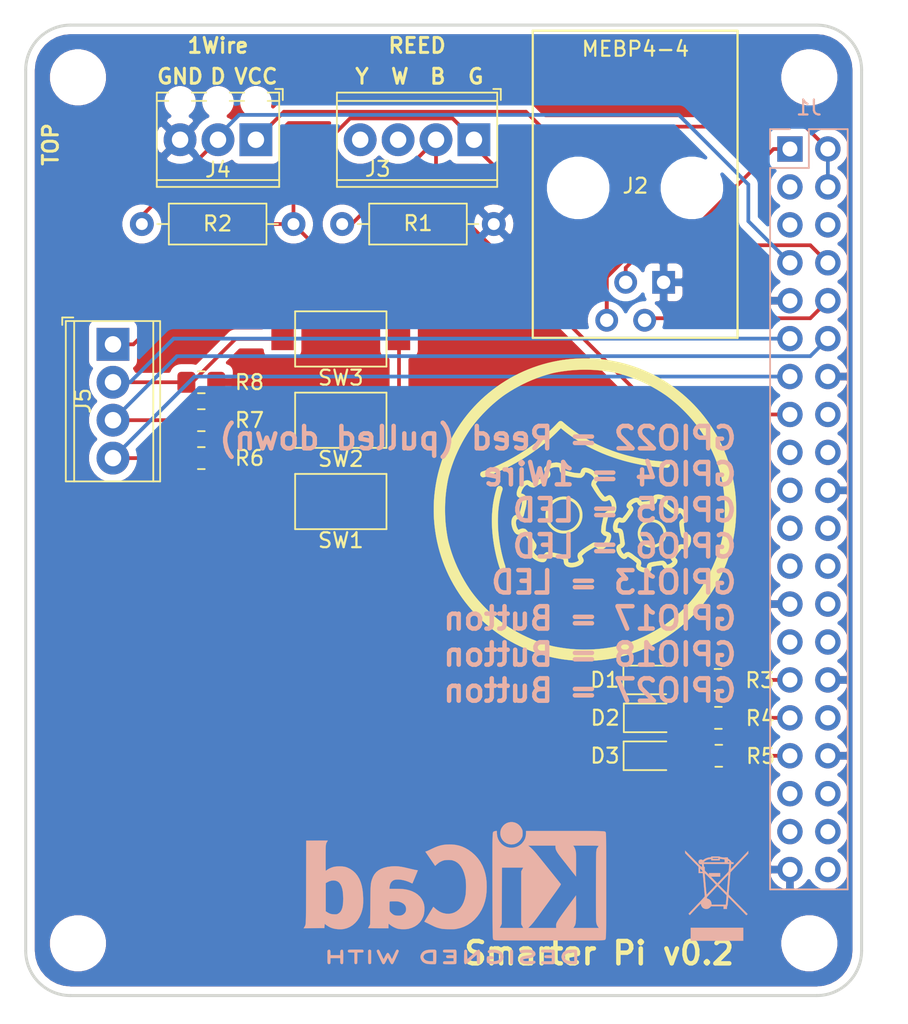
<source format=kicad_pcb>
(kicad_pcb (version 20171130) (host pcbnew "(5.1.8-0-10_14)")
  (title_block (title "Smarter Pi") (date 2021-10-21) (rev 0.2) (company haus-automatisierung.com) (comment 1 "Matthias Kleine"))
  (layers (0 F.Cu signal) (31 B.Cu signal) (34 B.Paste user) (35 F.Paste user) (36 B.SilkS user) (37 F.SilkS user) (38 B.Mask user) (39 F.Mask user) (44 Edge.Cuts user))
  (net 0 "")
  (net 1 "Net-(J1-Pad3)")
  (net 2 "Net-(J1-Pad5)")
  (net 3 "Net-(J1-Pad16)")
  (net 4 "Net-(J1-Pad18)")
  (net 5 "Net-(J1-Pad19)")
  (net 6 "Net-(J1-Pad21)")
  (net 7 "Net-(J1-Pad22)")
  (net 8 "Net-(J1-Pad23)")
  (net 9 "Net-(J1-Pad24)")
  (net 10 "Net-(J1-Pad26)")
  (net 11 "Net-(J1-Pad27)")
  (net 12 "Net-(J1-Pad28)")
  (net 13 "Net-(J1-Pad32)")
  (net 14 "Net-(J1-Pad35)")
  (net 15 "Net-(J1-Pad36)")
  (net 16 "Net-(J1-Pad37)")
  (net 17 "Net-(J1-Pad38)")
  (net 18 "Net-(J1-Pad40)")
  (net 19 +3V3)
  (net 20 +5V)
  (net 21 GND)
  (net 22 TX)
  (net 23 RX)
  (net 24 REED)
  (net 25 "Net-(J1-Pad17)")
  (net 26 "Net-(J3-Pad3)")
  (net 27 "Net-(J3-Pad4)")
  (net 28 1Wire)
  (net 29 "Net-(D1-Pad2)")
  (net 30 "Net-(D2-Pad2)")
  (net 31 "Net-(D3-Pad2)")
  (net 32 GPIO5)
  (net 33 GPIO6)
  (net 34 GPIO13)
  (net 35 GPIO17)
  (net 36 GPIO18)
  (net 37 GPIO27)
  (net 38 "Net-(J1-Pad6)")
  (module Symbol:KiCad-Logo2_8mm_SilkScreen (layer B.Cu) (at 110.49762 130.11658 180)
    (fp_text reference REF** hide)
    (fp_text value KiCad-Logo2_8mm_SilkScreen hide)
  )
  (module Symbol:WEEE-Logo_4.2x6mm_SilkScreen (layer B.Cu) (at 128.03378 131.10972 180)
    (fp_text reference REF** hide)
    (fp_text value WEEE-Logo_4.2x6mm_SilkScreen hide)
  )
  (module halibs:Logo_20mm (layer F.Cu) (at 119.2022 105.2576)
    (fp_text reference G*** hide)
    (fp_text value LOGO hide)
  )
  (module myFP:MountingHole_2.75mm_NoPad (layer F.Cu) (at 85.2332 76.3008 270)
    (fp_text reference H5 hide)
    (fp_text value MountingHole hide)
    (pad "" np_thru_hole circle (at 0 0 270) (size 2.75 2.75) (drill 2.75) (layers *.Cu *.Mask))
  )
  (module myFP:MountingHole_2.75mm_NoPad (layer F.Cu) (at 134.2332 76.3008 270)
    (fp_text reference H1 hide)
    (fp_text value MountingHole hide)
    (pad "" np_thru_hole circle (at 0 0 270) (size 2.75 2.75) (drill 2.75) (layers *.Cu *.Mask))
  )
  (module myFP:MountingHole_2.75mm_NoPad (layer F.Cu) (at 85.2332 134.3008 270)
    (fp_text reference H6 hide)
    (fp_text value MountingHole hide)
    (pad "" np_thru_hole circle (at 0 0 270) (size 2.75 2.75) (drill 2.75) (layers *.Cu *.Mask))
  )
  (module myFP:MountingHole_2.75mm_NoPad (layer F.Cu) (at 134.2332 134.3008 270)
    (fp_text reference H2 hide)
    (fp_text value MountingHole hide)
    (pad "" np_thru_hole circle (at 0 0 270) (size 2.75 2.75) (drill 2.75) (layers *.Cu *.Mask))
  )
  (module Connector_PinSocket_2.54mm:PinSocket_2x20_P2.54mm_Vertical (layer B.Cu) (at 132.9332 81.1008 180)
    (fp_text reference J1 (at -1.27 2.77) (layer B.SilkS) (effects (justify mirror)))
    (fp_text value Raspberry_Pi_2_3)
    (pad 1 thru_hole rect (at 0 0 180) (size 1.7 1.7) (drill 1) (layers *.Cu *.Mask) (net 19 +3V3))
    (pad 2 thru_hole oval (at -2.54 0 180) (size 1.7 1.7) (drill 1) (layers *.Cu *.Mask) (net 20 +5V))
    (pad 3 thru_hole oval (at 0 -2.54 180) (size 1.7 1.7) (drill 1) (layers *.Cu *.Mask) (net 1 "Net-(J1-Pad3)"))
    (pad 4 thru_hole oval (at -2.54 -2.54 180) (size 1.7 1.7) (drill 1) (layers *.Cu *.Mask) (net 20 +5V))
    (pad 5 thru_hole oval (at 0 -5.08 180) (size 1.7 1.7) (drill 1) (layers *.Cu *.Mask) (net 2 "Net-(J1-Pad5)"))
    (pad 6 thru_hole oval (at -2.54 -5.08 180) (size 1.7 1.7) (drill 1) (layers *.Cu *.Mask) (net 38 "Net-(J1-Pad6)"))
    (pad 7 thru_hole oval (at 0 -7.62 180) (size 1.7 1.7) (drill 1) (layers *.Cu *.Mask) (net 28 1Wire))
    (pad 8 thru_hole oval (at -2.54 -7.62 180) (size 1.7 1.7) (drill 1) (layers *.Cu *.Mask) (net 22 TX))
    (pad 9 thru_hole oval (at 0 -10.16 180) (size 1.7 1.7) (drill 1) (layers *.Cu *.Mask) (net 21 GND))
    (pad 10 thru_hole oval (at -2.54 -10.16 180) (size 1.7 1.7) (drill 1) (layers *.Cu *.Mask) (net 23 RX))
    (pad 11 thru_hole oval (at 0 -12.7 180) (size 1.7 1.7) (drill 1) (layers *.Cu *.Mask) (net 35 GPIO17))
    (pad 12 thru_hole oval (at -2.54 -12.7 180) (size 1.7 1.7) (drill 1) (layers *.Cu *.Mask) (net 36 GPIO18))
    (pad 13 thru_hole oval (at 0 -15.24 180) (size 1.7 1.7) (drill 1) (layers *.Cu *.Mask) (net 37 GPIO27))
    (pad 14 thru_hole oval (at -2.54 -15.24 180) (size 1.7 1.7) (drill 1) (layers *.Cu *.Mask) (net 21 GND))
    (pad 15 thru_hole oval (at 0 -17.78 180) (size 1.7 1.7) (drill 1) (layers *.Cu *.Mask) (net 24 REED))
    (pad 16 thru_hole oval (at -2.54 -17.78 180) (size 1.7 1.7) (drill 1) (layers *.Cu *.Mask) (net 3 "Net-(J1-Pad16)"))
    (pad 17 thru_hole oval (at 0 -20.32 180) (size 1.7 1.7) (drill 1) (layers *.Cu *.Mask) (net 25 "Net-(J1-Pad17)"))
    (pad 18 thru_hole oval (at -2.54 -20.32 180) (size 1.7 1.7) (drill 1) (layers *.Cu *.Mask) (net 4 "Net-(J1-Pad18)"))
    (pad 19 thru_hole oval (at 0 -22.86 180) (size 1.7 1.7) (drill 1) (layers *.Cu *.Mask) (net 5 "Net-(J1-Pad19)"))
    (pad 20 thru_hole oval (at -2.54 -22.86 180) (size 1.7 1.7) (drill 1) (layers *.Cu *.Mask) (net 21 GND))
    (pad 21 thru_hole oval (at 0 -25.4 180) (size 1.7 1.7) (drill 1) (layers *.Cu *.Mask) (net 6 "Net-(J1-Pad21)"))
    (pad 22 thru_hole oval (at -2.54 -25.4 180) (size 1.7 1.7) (drill 1) (layers *.Cu *.Mask) (net 7 "Net-(J1-Pad22)"))
    (pad 23 thru_hole oval (at 0 -27.94 180) (size 1.7 1.7) (drill 1) (layers *.Cu *.Mask) (net 8 "Net-(J1-Pad23)"))
    (pad 24 thru_hole oval (at -2.54 -27.94 180) (size 1.7 1.7) (drill 1) (layers *.Cu *.Mask) (net 9 "Net-(J1-Pad24)"))
    (pad 25 thru_hole oval (at 0 -30.48 180) (size 1.7 1.7) (drill 1) (layers *.Cu *.Mask) (net 21 GND))
    (pad 26 thru_hole oval (at -2.54 -30.48 180) (size 1.7 1.7) (drill 1) (layers *.Cu *.Mask) (net 10 "Net-(J1-Pad26)"))
    (pad 27 thru_hole oval (at 0 -33.02 180) (size 1.7 1.7) (drill 1) (layers *.Cu *.Mask) (net 11 "Net-(J1-Pad27)"))
    (pad 28 thru_hole oval (at -2.54 -33.02 180) (size 1.7 1.7) (drill 1) (layers *.Cu *.Mask) (net 12 "Net-(J1-Pad28)"))
    (pad 29 thru_hole oval (at 0 -35.56 180) (size 1.7 1.7) (drill 1) (layers *.Cu *.Mask) (net 32 GPIO5))
    (pad 30 thru_hole oval (at -2.54 -35.56 180) (size 1.7 1.7) (drill 1) (layers *.Cu *.Mask) (net 21 GND))
    (pad 31 thru_hole oval (at 0 -38.1 180) (size 1.7 1.7) (drill 1) (layers *.Cu *.Mask) (net 33 GPIO6))
    (pad 32 thru_hole oval (at -2.54 -38.1 180) (size 1.7 1.7) (drill 1) (layers *.Cu *.Mask) (net 13 "Net-(J1-Pad32)"))
    (pad 33 thru_hole oval (at 0 -40.64 180) (size 1.7 1.7) (drill 1) (layers *.Cu *.Mask) (net 34 GPIO13))
    (pad 34 thru_hole oval (at -2.54 -40.64 180) (size 1.7 1.7) (drill 1) (layers *.Cu *.Mask) (net 21 GND))
    (pad 35 thru_hole oval (at 0 -43.18 180) (size 1.7 1.7) (drill 1) (layers *.Cu *.Mask) (net 14 "Net-(J1-Pad35)"))
    (pad 36 thru_hole oval (at -2.54 -43.18 180) (size 1.7 1.7) (drill 1) (layers *.Cu *.Mask) (net 15 "Net-(J1-Pad36)"))
    (pad 37 thru_hole oval (at 0 -45.72 180) (size 1.7 1.7) (drill 1) (layers *.Cu *.Mask) (net 16 "Net-(J1-Pad37)"))
    (pad 38 thru_hole oval (at -2.54 -45.72 180) (size 1.7 1.7) (drill 1) (layers *.Cu *.Mask) (net 17 "Net-(J1-Pad38)"))
    (pad 39 thru_hole oval (at 0 -48.26 180) (size 1.7 1.7) (drill 1) (layers *.Cu *.Mask) (net 21 GND))
    (pad 40 thru_hole oval (at -2.54 -48.26 180) (size 1.7 1.7) (drill 1) (layers *.Cu *.Mask) (net 18 "Net-(J1-Pad40)"))
  )
  (module halibs:MEBP_44S (layer F.Cu) (at 122.5804 83.4644 270)
    (fp_text reference J2 (at 0.1016 0 180) (layer F.SilkS))
    (fp_text value RJ10)
    (fp_text user MEBP4-4 (at -9.0678 0) (layer F.SilkS))
    (pad 1 thru_hole circle (at 9.105 1.9217 270) (size 1.524 1.524) (drill 0.9) (layers *.Cu *.Mask) (net 19 +3V3))
    (pad 2 thru_hole circle (at 6.565 0.6517 270) (size 1.524 1.524) (drill 0.9) (layers *.Cu *.Mask) (net 22 TX))
    (pad 3 thru_hole circle (at 9.105 -0.6183 270) (size 1.524 1.524) (drill 0.9) (layers *.Cu *.Mask) (net 23 RX))
    (pad 4 thru_hole rect (at 6.565 -1.8883 270) (size 1.524 1.524) (drill 0.9) (layers *.Cu *.Mask) (net 21 GND))
    (pad "" np_thru_hole circle (at 0.2404 -3.7846 270) (size 3.17 3.17) (drill 3.17) (layers *.Cu *.Mask))
    (pad "" np_thru_hole circle (at 0.2404 3.8354 270) (size 3.17 3.17) (drill 3.17) (layers *.Cu *.Mask))
  )
  (module Resistor_THT:R_Axial_DIN0207_L6.3mm_D2.5mm_P10.16mm_Horizontal (layer F.Cu) (at 113.0935 86.12632 180)
    (fp_text reference R1 (at 5.08 0.0508) (layer F.SilkS))
    (fp_text value 2,2kΩ)
    (pad 1 thru_hole circle (at 0 0 180) (size 1.6 1.6) (drill 0.8) (layers *.Cu *.Mask) (net 21 GND))
    (pad 2 thru_hole oval (at 10.16 0 180) (size 1.6 1.6) (drill 0.8) (layers *.Cu *.Mask) (net 24 REED))
  )
  (module TerminalBlock_Phoenix:TerminalBlock_Phoenix_MPT-0,5-4-2.54_1x04_P2.54mm_Horizontal (layer F.Cu) (at 111.76192 80.4799 180)
    (fp_text reference J3 (at 6.44082 -1.96088) (layer F.SilkS))
    (fp_text value Screw_Terminal_01x04)
    (pad 1 thru_hole rect (at 0 0 180) (size 2.2 2.2) (drill 1.1) (layers *.Cu *.Mask) (net 19 +3V3))
    (pad 2 thru_hole circle (at 2.54 0 180) (size 2.2 2.2) (drill 1.1) (layers *.Cu *.Mask) (net 24 REED))
    (pad 3 thru_hole circle (at 5.08 0 180) (size 2.2 2.2) (drill 1.1) (layers *.Cu *.Mask) (net 26 "Net-(J3-Pad3)"))
    (pad 4 thru_hole circle (at 7.62 0 180) (size 2.2 2.2) (drill 1.1) (layers *.Cu *.Mask) (net 27 "Net-(J3-Pad4)"))
  )
  (module TerminalBlock_Phoenix:TerminalBlock_Phoenix_MPT-0,5-3-2.54_1x03_P2.54mm_Horizontal (layer F.Cu) (at 97.1545 80.4799 180)
    (fp_text reference J4 (at 2.54204 -2.0066) (layer F.SilkS))
    (fp_text value Screw_Terminal_01x03)
    (pad 1 thru_hole rect (at 0 0 180) (size 2.2 2.2) (drill 1.1) (layers *.Cu *.Mask) (net 20 +5V))
    (pad "" np_thru_hole circle (at 0 2.54 180) (size 1.1 1.1) (drill 1.1) (layers *.Cu *.Mask))
    (pad 2 thru_hole circle (at 2.54 0 180) (size 2.2 2.2) (drill 1.1) (layers *.Cu *.Mask) (net 28 1Wire))
    (pad "" np_thru_hole circle (at 2.54 2.54 180) (size 1.1 1.1) (drill 1.1) (layers *.Cu *.Mask))
    (pad 3 thru_hole circle (at 5.08 0 180) (size 2.2 2.2) (drill 1.1) (layers *.Cu *.Mask) (net 21 GND))
    (pad "" np_thru_hole circle (at 5.08 2.54 180) (size 1.1 1.1) (drill 1.1) (layers *.Cu *.Mask))
  )
  (module Resistor_THT:R_Axial_DIN0207_L6.3mm_D2.5mm_P10.16mm_Horizontal (layer F.Cu) (at 89.51214 86.12632)
    (fp_text reference R2 (at 5.07238 -0.02794) (layer F.SilkS))
    (fp_text value 4,7kΩ)
    (pad 1 thru_hole circle (at 0 0) (size 1.6 1.6) (drill 0.8) (layers *.Cu *.Mask) (net 28 1Wire))
    (pad 2 thru_hole oval (at 10.16 0) (size 1.6 1.6) (drill 0.8) (layers *.Cu *.Mask) (net 19 +3V3))
  )
  (module LED_SMD:LED_0805_2012Metric_Pad1.15x1.40mm_HandSolder (layer F.Cu) (at 123.63704 116.6608)
    (fp_text reference D1 (at -3.1096 0.001) (layer F.SilkS))
    (fp_text value LED)
    (pad 1 smd roundrect (at -1.025 0) (size 1.15 1.4) (layers F.Cu F.Paste F.Mask) (roundrect_rratio 0.2173904347826087) (net 21 GND))
    (pad 2 smd roundrect (at 1.025 0) (size 1.15 1.4) (layers F.Cu F.Paste F.Mask) (roundrect_rratio 0.2173904347826087) (net 29 "Net-(D1-Pad2)"))
  )
  (module LED_SMD:LED_0805_2012Metric_Pad1.15x1.40mm_HandSolder (layer F.Cu) (at 123.66498 119.2008)
    (fp_text reference D2 (at -3.1096 0.001) (layer F.SilkS))
    (fp_text value LED)
    (pad 2 smd roundrect (at 1.025 0) (size 1.15 1.4) (layers F.Cu F.Paste F.Mask) (roundrect_rratio 0.2173904347826087) (net 30 "Net-(D2-Pad2)"))
    (pad 1 smd roundrect (at -1.025 0) (size 1.15 1.4) (layers F.Cu F.Paste F.Mask) (roundrect_rratio 0.2173904347826087) (net 21 GND))
  )
  (module LED_SMD:LED_0805_2012Metric_Pad1.15x1.40mm_HandSolder (layer F.Cu) (at 123.65101 121.7408)
    (fp_text reference D3 (at -3.1096 0.001) (layer F.SilkS))
    (fp_text value LED)
    (pad 1 smd roundrect (at -1.025 0) (size 1.15 1.4) (layers F.Cu F.Paste F.Mask) (roundrect_rratio 0.2173904347826087) (net 21 GND))
    (pad 2 smd roundrect (at 1.025 0) (size 1.15 1.4) (layers F.Cu F.Paste F.Mask) (roundrect_rratio 0.2173904347826087) (net 31 "Net-(D3-Pad2)"))
  )
  (module Resistor_SMD:R_0805_2012Metric_Pad1.20x1.40mm_HandSolder (layer F.Cu) (at 128.11252 116.6608)
    (fp_text reference R3 (at 2.8048 0.0264) (layer F.SilkS))
    (fp_text value 330Ω)
    (pad 1 smd roundrect (at -1 0) (size 1.2 1.4) (layers F.Cu F.Paste F.Mask) (roundrect_rratio 0.2083325) (net 29 "Net-(D1-Pad2)"))
    (pad 2 smd roundrect (at 1 0) (size 1.2 1.4) (layers F.Cu F.Paste F.Mask) (roundrect_rratio 0.2083325) (net 32 GPIO5))
  )
  (module Resistor_SMD:R_0805_2012Metric_Pad1.20x1.40mm_HandSolder (layer F.Cu) (at 128.13919 119.2008)
    (fp_text reference R4 (at 2.8048 0.0264) (layer F.SilkS))
    (fp_text value 330Ω)
    (pad 2 smd roundrect (at 1 0) (size 1.2 1.4) (layers F.Cu F.Paste F.Mask) (roundrect_rratio 0.2083325) (net 33 GPIO6))
    (pad 1 smd roundrect (at -1 0) (size 1.2 1.4) (layers F.Cu F.Paste F.Mask) (roundrect_rratio 0.2083325) (net 30 "Net-(D2-Pad2)"))
  )
  (module Resistor_SMD:R_0805_2012Metric_Pad1.20x1.40mm_HandSolder (layer F.Cu) (at 128.16586 121.7408)
    (fp_text reference R5 (at 2.8048 0.0264) (layer F.SilkS))
    (fp_text value 330Ω)
    (pad 1 smd roundrect (at -1 0) (size 1.2 1.4) (layers F.Cu F.Paste F.Mask) (roundrect_rratio 0.2083325) (net 31 "Net-(D3-Pad2)"))
    (pad 2 smd roundrect (at 1 0) (size 1.2 1.4) (layers F.Cu F.Paste F.Mask) (roundrect_rratio 0.2083325) (net 34 GPIO13))
  )
  (module Resistor_SMD:R_0805_2012Metric_Pad1.20x1.40mm_HandSolder (layer F.Cu) (at 93.4974 101.8032)
    (fp_text reference R6 (at 3.2258 0) (layer F.SilkS))
    (fp_text value 10kΩ)
    (pad 1 smd roundrect (at -1 0) (size 1.2 1.4) (layers F.Cu F.Paste F.Mask) (roundrect_rratio 0.2083325) (net 37 GPIO27))
    (pad 2 smd roundrect (at 1 0) (size 1.2 1.4) (layers F.Cu F.Paste F.Mask) (roundrect_rratio 0.2083325) (net 21 GND))
  )
  (module Resistor_SMD:R_0805_2012Metric_Pad1.20x1.40mm_HandSolder (layer F.Cu) (at 93.4974 99.2632)
    (fp_text reference R7 (at 3.2258 0) (layer F.SilkS))
    (fp_text value 10kΩ)
    (pad 2 smd roundrect (at 1 0) (size 1.2 1.4) (layers F.Cu F.Paste F.Mask) (roundrect_rratio 0.2083325) (net 21 GND))
    (pad 1 smd roundrect (at -1 0) (size 1.2 1.4) (layers F.Cu F.Paste F.Mask) (roundrect_rratio 0.2083325) (net 36 GPIO18))
  )
  (module Resistor_SMD:R_0805_2012Metric_Pad1.20x1.40mm_HandSolder (layer F.Cu) (at 93.4974 96.7232)
    (fp_text reference R8 (at 3.2258 0) (layer F.SilkS))
    (fp_text value 10kΩ)
    (pad 1 smd roundrect (at -1 0) (size 1.2 1.4) (layers F.Cu F.Paste F.Mask) (roundrect_rratio 0.2083325) (net 35 GPIO17))
    (pad 2 smd roundrect (at 1 0) (size 1.2 1.4) (layers F.Cu F.Paste F.Mask) (roundrect_rratio 0.2083325) (net 21 GND))
  )
  (module Button_Switch_SMD:SW_SPST_CK_RS282G05A3 (layer F.Cu) (at 102.84206 104.71226 180)
    (fp_text reference SW1 (at 0 -2.6) (layer F.SilkS))
    (fp_text value SW_Push)
    (pad 1 smd rect (at -3.9 0 180) (size 1.5 1.5) (layers F.Cu F.Paste F.Mask) (net 19 +3V3))
    (pad 2 smd rect (at 3.9 0 180) (size 1.5 1.5) (layers F.Cu F.Paste F.Mask) (net 37 GPIO27))
  )
  (module Button_Switch_SMD:SW_SPST_CK_RS282G05A3 (layer F.Cu) (at 102.84206 99.26777 180)
    (fp_text reference SW2 (at 0 -2.6) (layer F.SilkS))
    (fp_text value SW_Push)
    (pad 2 smd rect (at 3.9 0 180) (size 1.5 1.5) (layers F.Cu F.Paste F.Mask) (net 36 GPIO18))
    (pad 1 smd rect (at -3.9 0 180) (size 1.5 1.5) (layers F.Cu F.Paste F.Mask) (net 19 +3V3))
  )
  (module Button_Switch_SMD:SW_SPST_CK_RS282G05A3 (layer F.Cu) (at 102.84206 93.82328 180)
    (fp_text reference SW3 (at 0 -2.6) (layer F.SilkS))
    (fp_text value SW_Push)
    (pad 1 smd rect (at -3.9 0 180) (size 1.5 1.5) (layers F.Cu F.Paste F.Mask) (net 19 +3V3))
    (pad 2 smd rect (at 3.9 0 180) (size 1.5 1.5) (layers F.Cu F.Paste F.Mask) (net 35 GPIO17))
  )
  (module TerminalBlock_Phoenix:TerminalBlock_Phoenix_MPT-0,5-4-2.54_1x04_P2.54mm_Horizontal (layer F.Cu) (at 87.5792 94.1832 270)
    (fp_text reference J5 (at 3.7846 2.0066 90) (layer F.SilkS))
    (fp_text value Screw_Terminal_01x04)
    (pad 1 thru_hole rect (at 0 0 270) (size 2.2 2.2) (drill 1.1) (layers *.Cu *.Mask) (net 19 +3V3))
    (pad 2 thru_hole circle (at 2.54 0 270) (size 2.2 2.2) (drill 1.1) (layers *.Cu *.Mask) (net 35 GPIO17))
    (pad 3 thru_hole circle (at 5.08 0 270) (size 2.2 2.2) (drill 1.1) (layers *.Cu *.Mask) (net 36 GPIO18))
    (pad 4 thru_hole circle (at 7.62 0 270) (size 2.2 2.2) (drill 1.1) (layers *.Cu *.Mask) (net 37 GPIO27))
  )
  (gr_text VCC (at 97.1545 76.24318) (layer F.SilkS) (effects (font (size 1 1) (thickness 0.2))))
  (gr_text D (at 94.6145 76.24318) (layer F.SilkS) (effects (font (size 1 1) (thickness 0.2))))
  (gr_text GND (at 92.0745 76.24318) (layer F.SilkS) (effects (font (size 1 1) (thickness 0.2))))
  (gr_text REED (at 107.95508 74.17562) (layer F.SilkS) (effects (font (size 1 1) (thickness 0.2))))
  (gr_text 1Wire (at 94.6145 74.17562) (layer F.SilkS) (effects (font (size 1 1) (thickness 0.2))))
  (gr_text "GPIO22 = Reed (pulled down)\nGPIO4 = 1Wire\nGPIO5 = LED\nGPIO6 = LED\nGPIO13 = LED\nGPIO17 = Button\nGPIO18 = Button\nGPIO27 = Button" (at 129.50952 108.92028) (layer B.SilkS) (effects (font (size 1.5 1.5) (thickness 0.3)) (justify left mirror)))
  (gr_text B (at 109.34192 76.24318) (layer F.SilkS) (effects (font (size 1 1) (thickness 0.2))))
  (gr_text W (at 106.80192 76.24318) (layer F.SilkS) (effects (font (size 1 1) (thickness 0.2))))
  (gr_text G (at 111.88192 76.24318) (layer F.SilkS) (effects (font (size 1 1) (thickness 0.2))))
  (gr_text Y (at 104.26192 76.24318) (layer F.SilkS) (effects (font (size 1 1) (thickness 0.2))))
  (gr_text "Smarter Pi v0.2" (at 129.35204 134.96544) (layer F.SilkS) (effects (font (size 1.5 1.5) (thickness 0.3)) (justify right)))
  (gr_text TOP (at 83.4009 80.79232 90) (layer F.SilkS) (effects (font (size 1 1) (thickness 0.2))))
  (gr_arc (start 84.7332 75.8008) (end 84.7332 72.8008) (angle -90) (layer Edge.Cuts) (width 0.2))
  (gr_line (start 81.7332 75.8008) (end 81.7332 134.8008) (layer Edge.Cuts) (width 0.2))
  (gr_arc (start 84.7332 134.8008) (end 81.7332 134.8008) (angle -90) (layer Edge.Cuts) (width 0.2))
  (gr_line (start 137.7332 134.8008) (end 137.7332 75.8008) (layer Edge.Cuts) (width 0.2))
  (gr_arc (start 134.7332 134.8008) (end 134.7332 137.8008) (angle -90) (layer Edge.Cuts) (width 0.2))
  (gr_arc (start 134.7332 75.8008) (end 137.7332 75.8008) (angle -90) (layer Edge.Cuts) (width 0.2))
  (gr_line (start 134.7332 72.8008) (end 84.7332 72.8008) (layer Edge.Cuts) (width 0.2))
  (gr_line (start 134.7332 137.8008) (end 84.7332 137.8008) (layer Edge.Cuts) (width 0.2))
  (segment (start 120.6587 89.690638) (end 120.6587 92.5694) (width 0.25) (layer F.Cu) (net 19))
  (segment (start 125.838211 87.095789) (end 123.253549 87.095789) (width 0.25) (layer F.Cu) (net 19))
  (segment (start 123.253549 87.095789) (end 120.6587 89.690638) (width 0.25) (layer F.Cu) (net 19))
  (segment (start 131.8332 81.1008) (end 125.838211 87.095789) (width 0.25) (layer F.Cu) (net 19))
  (segment (start 132.9332 81.1008) (end 131.8332 81.1008) (width 0.25) (layer F.Cu) (net 19))
  (segment (start 120.6587 92.5694) (end 120.6587 89.7723) (width 0.25) (layer F.Cu) (net 19))
  (segment (start 111.76192 80.87552) (end 111.76192 80.4799) (width 0.25) (layer F.Cu) (net 19))
  (segment (start 111.76192 80.4799) (end 111.76192 79.70966) (width 0.25) (layer F.Cu) (net 19))
  (segment (start 99.67214 82.840678) (end 99.67214 86.12632) (width 0.25) (layer F.Cu) (net 19))
  (segment (start 103.457919 79.054899) (end 99.67214 82.840678) (width 0.25) (layer F.Cu) (net 19))
  (segment (start 110.336919 79.054899) (end 103.457919 79.054899) (width 0.25) (layer F.Cu) (net 19))
  (segment (start 111.76192 80.4799) (end 110.336919 79.054899) (width 0.25) (layer F.Cu) (net 19))
  (segment (start 120.6587 89.7723) (end 111.76192 80.87552) (width 0.25) (layer F.Cu) (net 19))
  (segment (start 106.74206 93.19624) (end 106.74206 93.82328) (width 0.25) (layer F.Cu) (net 19))
  (segment (start 99.67214 86.12632) (end 106.74206 93.19624) (width 0.25) (layer F.Cu) (net 19))
  (segment (start 106.74206 93.82328) (end 106.74206 99.26777) (width 0.25) (layer F.Cu) (net 19))
  (segment (start 106.74206 99.26777) (end 106.74206 104.71226) (width 0.25) (layer F.Cu) (net 19))
  (segment (start 106.74206 104.71226) (end 105.667059 105.787261) (width 0.25) (layer F.Cu) (net 19))
  (segment (start 87.5792 94.1832) (end 88.9508 94.1832) (width 0.25) (layer F.Cu) (net 19))
  (segment (start 97.00768 86.12632) (end 99.67214 86.12632) (width 0.25) (layer F.Cu) (net 19))
  (segment (start 88.9508 94.1832) (end 97.00768 86.12632) (width 0.25) (layer F.Cu) (net 19))
  (segment (start 135.4732 81.1008) (end 135.4732 83.6408) (width 0.25) (layer B.Cu) (net 20))
  (segment (start 135.4732 81.1008) (end 133.97346 79.60106) (width 0.25) (layer F.Cu) (net 20))
  (segment (start 133.97346 79.60106) (end 116.24564 79.60106) (width 0.25) (layer F.Cu) (net 20))
  (segment (start 115.249469 78.604889) (end 99.029511 78.604889) (width 0.25) (layer F.Cu) (net 20))
  (segment (start 99.029511 78.604889) (end 97.1545 80.4799) (width 0.25) (layer F.Cu) (net 20))
  (segment (start 116.24564 79.60106) (end 115.249469 78.604889) (width 0.25) (layer F.Cu) (net 20))
  (segment (start 121.9287 90.0294) (end 121.9287 89.057048) (width 0.25) (layer F.Cu) (net 22))
  (segment (start 123.439949 87.545799) (end 134.298199 87.545799) (width 0.25) (layer F.Cu) (net 22))
  (segment (start 134.298199 87.545799) (end 135.4732 88.7208) (width 0.25) (layer F.Cu) (net 22))
  (segment (start 121.9287 89.057048) (end 123.439949 87.545799) (width 0.25) (layer F.Cu) (net 22))
  (segment (start 123.332299 92.435801) (end 123.1987 92.5694) (width 0.25) (layer B.Cu) (net 23))
  (segment (start 123.332299 92.435801) (end 123.1987 92.5694) (width 0.25) (layer F.Cu) (net 23))
  (segment (start 134.298199 92.435801) (end 123.332299 92.435801) (width 0.25) (layer F.Cu) (net 23))
  (segment (start 135.4732 91.2608) (end 134.298199 92.435801) (width 0.25) (layer F.Cu) (net 23))
  (segment (start 103.5755 86.12632) (end 102.9335 86.12632) (width 0.25) (layer F.Cu) (net 24))
  (segment (start 109.22192 80.4799) (end 103.5755 86.12632) (width 0.25) (layer F.Cu) (net 24))
  (segment (start 124.182978 98.8808) (end 109.22192 83.919742) (width 0.25) (layer F.Cu) (net 24))
  (segment (start 109.22192 83.919742) (end 109.22192 80.4799) (width 0.25) (layer F.Cu) (net 24))
  (segment (start 132.9332 98.8808) (end 124.182978 98.8808) (width 0.25) (layer F.Cu) (net 24))
  (segment (start 104.26192 80.4799) (end 104.26192 79.5401) (width 0.25) (layer F.Cu) (net 27))
  (segment (start 89.51214 85.58226) (end 89.51214 86.12632) (width 0.25) (layer F.Cu) (net 28))
  (segment (start 94.6145 80.4799) (end 89.51214 85.58226) (width 0.25) (layer F.Cu) (net 28))
  (segment (start 96.034497 78.814901) (end 125.484919 78.814901) (width 0.25) (layer B.Cu) (net 28))
  (segment (start 94.6145 80.234898) (end 96.034497 78.814901) (width 0.25) (layer B.Cu) (net 28))
  (segment (start 94.6145 80.4799) (end 94.6145 80.234898) (width 0.25) (layer B.Cu) (net 28))
  (segment (start 125.484919 78.814901) (end 130.14706 83.477042) (width 0.25) (layer B.Cu) (net 28))
  (segment (start 130.14706 85.93466) (end 132.9332 88.7208) (width 0.25) (layer B.Cu) (net 28))
  (segment (start 130.14706 83.477042) (end 130.14706 85.93466) (width 0.25) (layer B.Cu) (net 28))
  (segment (start 127.11252 116.6608) (end 124.66204 116.6608) (width 0.25) (layer F.Cu) (net 29))
  (segment (start 127.13919 119.2008) (end 124.68998 119.2008) (width 0.25) (layer F.Cu) (net 30))
  (segment (start 127.16586 121.7408) (end 124.67601 121.7408) (width 0.25) (layer F.Cu) (net 31))
  (segment (start 132.9332 116.6608) (end 129.11252 116.6608) (width 0.25) (layer F.Cu) (net 32))
  (segment (start 132.9332 119.2008) (end 129.13919 119.2008) (width 0.25) (layer F.Cu) (net 33))
  (segment (start 132.9332 121.7408) (end 129.16586 121.7408) (width 0.25) (layer F.Cu) (net 34))
  (segment (start 132.62759 94.10641) (end 132.9332 93.8008) (width 0.25) (layer F.Cu) (net 35))
  (segment (start 92.88421 96.7232) (end 92.4974 96.7232) (width 0.25) (layer F.Cu) (net 35))
  (segment (start 95.78413 93.82328) (end 92.88421 96.7232) (width 0.25) (layer F.Cu) (net 35))
  (segment (start 98.94206 93.82328) (end 95.78413 93.82328) (width 0.25) (layer F.Cu) (net 35))
  (segment (start 87.5792 96.7232) (end 92.4974 96.7232) (width 0.25) (layer F.Cu) (net 35))
  (segment (start 132.9332 93.8008) (end 91.6446 93.8008) (width 0.25) (layer B.Cu) (net 35))
  (segment (start 88.7222 96.7232) (end 87.5792 96.7232) (width 0.25) (layer B.Cu) (net 35))
  (segment (start 91.6446 93.8008) (end 88.7222 96.7232) (width 0.25) (layer B.Cu) (net 35))
  (segment (start 97.92162 100.28821) (end 93.52241 100.28821) (width 0.25) (layer F.Cu) (net 36))
  (segment (start 93.52241 100.28821) (end 92.4974 99.2632) (width 0.25) (layer F.Cu) (net 36))
  (segment (start 98.94206 99.26777) (end 97.92162 100.28821) (width 0.25) (layer F.Cu) (net 36))
  (segment (start 87.5792 99.2632) (end 92.4974 99.2632) (width 0.25) (layer F.Cu) (net 36))
  (segment (start 91.866599 94.975801) (end 87.5792 99.2632) (width 0.25) (layer B.Cu) (net 36))
  (segment (start 134.298199 94.975801) (end 91.866599 94.975801) (width 0.25) (layer B.Cu) (net 36))
  (segment (start 135.4732 93.8008) (end 134.298199 94.975801) (width 0.25) (layer B.Cu) (net 36))
  (segment (start 95.40646 104.71226) (end 92.4974 101.8032) (width 0.25) (layer F.Cu) (net 37))
  (segment (start 98.94206 104.71226) (end 95.40646 104.71226) (width 0.25) (layer F.Cu) (net 37))
  (segment (start 87.5792 101.8032) (end 92.4974 101.8032) (width 0.25) (layer F.Cu) (net 37))
  (segment (start 93.0416 96.3408) (end 87.5792 101.8032) (width 0.25) (layer B.Cu) (net 37))
  (segment (start 132.9332 96.3408) (end 93.0416 96.3408) (width 0.25) (layer B.Cu) (net 37))
  (zone (net 21) (net_name GND) (layer F.Cu) (connect_pads (clearance 0.508)) (min_thickness 0.254) (fill yes (arc_segments 32) (thermal_gap 0.508) (thermal_bridge_width 0.508))
    (polygon (pts (xy 139.7 139.7) (xy 80.01 139.7) (xy 80.01 71.12) (xy 139.7 71.12)))
  )
  (zone (net 21) (net_name GND) (layer B.Cu) (connect_pads (clearance 0.508)) (min_thickness 0.254) (fill yes (arc_segments 32) (thermal_gap 0.508) (thermal_bridge_width 0.508))
    (polygon (pts (xy 139.7 139.7) (xy 80.01 139.7) (xy 80.01 71.12) (xy 139.7 71.12)))
  )
)
</source>
